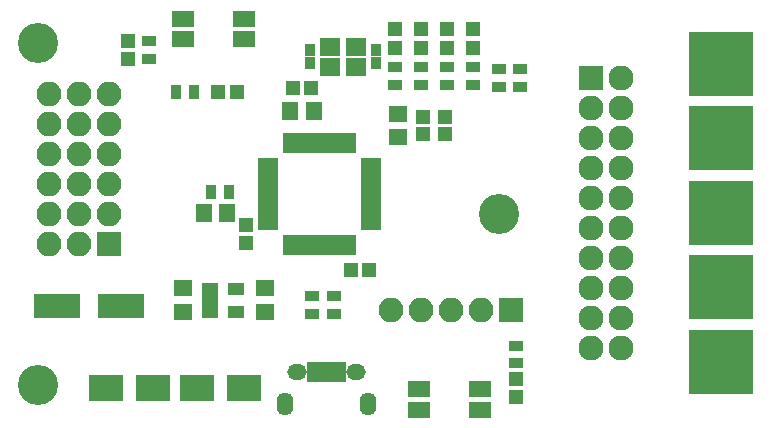
<source format=gts>
G04 #@! TF.FileFunction,Soldermask,Top*
%FSLAX46Y46*%
G04 Gerber Fmt 4.6, Leading zero omitted, Abs format (unit mm)*
G04 Created by KiCad (PCBNEW 4.0.6) date Fri Sep  8 15:05:28 2017*
%MOMM*%
%LPD*%
G01*
G04 APERTURE LIST*
%ADD10C,0.100000*%
%ADD11C,3.400000*%
%ADD12R,1.650000X1.400000*%
%ADD13R,1.150000X1.200000*%
%ADD14R,3.900000X2.000000*%
%ADD15R,1.400000X1.650000*%
%ADD16R,0.900000X1.000000*%
%ADD17R,1.200000X1.150000*%
%ADD18R,2.900000X2.200000*%
%ADD19R,1.200000X1.200000*%
%ADD20R,0.800000X1.750000*%
%ADD21O,1.650000X1.350000*%
%ADD22O,1.400000X1.950000*%
%ADD23O,2.100000X2.100000*%
%ADD24R,2.100000X2.100000*%
%ADD25R,5.400000X5.400000*%
%ADD26R,1.300000X0.900000*%
%ADD27R,0.900000X1.300000*%
%ADD28R,1.850000X1.400000*%
%ADD29R,1.460000X1.050000*%
%ADD30R,1.800000X1.600000*%
%ADD31R,2.127200X2.127200*%
%ADD32O,2.127200X2.127200*%
%ADD33R,0.650000X1.700000*%
%ADD34R,1.700000X0.650000*%
G04 APERTURE END LIST*
D10*
D11*
X242000000Y-117500000D03*
X203000000Y-132000000D03*
D12*
X215200000Y-125800000D03*
X215200000Y-123800000D03*
X222200000Y-125800000D03*
X222200000Y-123800000D03*
D13*
X243400000Y-132950000D03*
X243400000Y-131450000D03*
X210600000Y-104350000D03*
X210600000Y-102850000D03*
D14*
X210000000Y-125300000D03*
X204600000Y-125300000D03*
D13*
X235600000Y-110750000D03*
X235600000Y-109250000D03*
D15*
X224300000Y-108800000D03*
X226300000Y-108800000D03*
X219000000Y-117400000D03*
X217000000Y-117400000D03*
D16*
X231600000Y-103650000D03*
X231600000Y-104750000D03*
X226000000Y-104750000D03*
X226000000Y-103650000D03*
D12*
X233400000Y-111000000D03*
X233400000Y-109000000D03*
D17*
X224550000Y-106800000D03*
X226050000Y-106800000D03*
X230950000Y-122200000D03*
X229450000Y-122200000D03*
D13*
X237400000Y-109250000D03*
X237400000Y-110750000D03*
X220600000Y-119950000D03*
X220600000Y-118450000D03*
D18*
X216400000Y-132200000D03*
X220400000Y-132200000D03*
X212700000Y-132200000D03*
X208700000Y-132200000D03*
D19*
X233200000Y-101800000D03*
X233200000Y-103400000D03*
X235400000Y-101800000D03*
X235400000Y-103400000D03*
X237600000Y-101800000D03*
X237600000Y-103400000D03*
X239800000Y-101800000D03*
X239800000Y-103400000D03*
X219800000Y-107200000D03*
X218200000Y-107200000D03*
D20*
X226100000Y-130850000D03*
X226750000Y-130850000D03*
X227400000Y-130850000D03*
X228050000Y-130850000D03*
X228700000Y-130850000D03*
D21*
X224900000Y-130850000D03*
X229900000Y-130850000D03*
D22*
X223900000Y-133550000D03*
X230900000Y-133550000D03*
D23*
X203860000Y-107300000D03*
X206400000Y-107300000D03*
X208940000Y-107300000D03*
X203860000Y-109840000D03*
X206400000Y-109840000D03*
X208940000Y-109840000D03*
D24*
X208940000Y-120000000D03*
D23*
X206400000Y-120000000D03*
X203860000Y-120000000D03*
X208940000Y-117460000D03*
X206400000Y-117460000D03*
X203860000Y-117460000D03*
X208940000Y-114920000D03*
X206400000Y-114920000D03*
X203860000Y-114920000D03*
X208940000Y-112380000D03*
X206400000Y-112380000D03*
X203860000Y-112380000D03*
D24*
X243000000Y-125600000D03*
D23*
X240460000Y-125600000D03*
X237920000Y-125600000D03*
X235380000Y-125600000D03*
X232840000Y-125600000D03*
D25*
X260800000Y-117400000D03*
X260800000Y-130000000D03*
X260800000Y-123700000D03*
X260800000Y-111100000D03*
X260800000Y-104800000D03*
D26*
X243400000Y-128650000D03*
X243400000Y-130150000D03*
X228000000Y-124450000D03*
X228000000Y-125950000D03*
X226200000Y-124450000D03*
X226200000Y-125950000D03*
X212400000Y-102850000D03*
X212400000Y-104350000D03*
X233200000Y-106550000D03*
X233200000Y-105050000D03*
X235400000Y-106550000D03*
X235400000Y-105050000D03*
X237600000Y-106550000D03*
X237600000Y-105050000D03*
X239800000Y-106550000D03*
X239800000Y-105050000D03*
D27*
X214650000Y-107200000D03*
X216150000Y-107200000D03*
D26*
X242000000Y-106750000D03*
X242000000Y-105250000D03*
X243800000Y-106750000D03*
X243800000Y-105250000D03*
D27*
X219150000Y-115600000D03*
X217650000Y-115600000D03*
D28*
X220375000Y-102650000D03*
X215225000Y-102650000D03*
X215225000Y-100950000D03*
X220375000Y-100950000D03*
X235225000Y-132350000D03*
X240375000Y-132350000D03*
X240375000Y-134050000D03*
X235225000Y-134050000D03*
D29*
X217500000Y-123850000D03*
X217500000Y-124800000D03*
X217500000Y-125750000D03*
X219700000Y-125750000D03*
X219700000Y-123850000D03*
D30*
X229900000Y-103350000D03*
X227700000Y-103350000D03*
X227700000Y-105050000D03*
X229900000Y-105050000D03*
D31*
X249800000Y-106000000D03*
D32*
X252340000Y-106000000D03*
X249800000Y-108540000D03*
X252340000Y-108540000D03*
X249800000Y-111080000D03*
X252340000Y-111080000D03*
X249800000Y-113620000D03*
X252340000Y-113620000D03*
X249800000Y-116160000D03*
X252340000Y-116160000D03*
X249800000Y-118700000D03*
X252340000Y-118700000D03*
X249800000Y-121240000D03*
X252340000Y-121240000D03*
X249800000Y-123780000D03*
X252340000Y-123780000D03*
X249800000Y-126320000D03*
X252340000Y-126320000D03*
X249800000Y-128860000D03*
X252340000Y-128860000D03*
D33*
X229550000Y-111450000D03*
X229050000Y-111450000D03*
X228550000Y-111450000D03*
X228050000Y-111450000D03*
X227550000Y-111450000D03*
X227050000Y-111450000D03*
X226550000Y-111450000D03*
X226050000Y-111450000D03*
X225550000Y-111450000D03*
X225050000Y-111450000D03*
X224550000Y-111450000D03*
X224050000Y-111450000D03*
D34*
X222450000Y-113050000D03*
X222450000Y-113550000D03*
X222450000Y-114050000D03*
X222450000Y-114550000D03*
X222450000Y-115050000D03*
X222450000Y-115550000D03*
X222450000Y-116050000D03*
X222450000Y-116550000D03*
X222450000Y-117050000D03*
X222450000Y-117550000D03*
X222450000Y-118050000D03*
X222450000Y-118550000D03*
D33*
X224050000Y-120150000D03*
X224550000Y-120150000D03*
X225050000Y-120150000D03*
X225550000Y-120150000D03*
X226050000Y-120150000D03*
X226550000Y-120150000D03*
X227050000Y-120150000D03*
X227550000Y-120150000D03*
X228050000Y-120150000D03*
X228550000Y-120150000D03*
X229050000Y-120150000D03*
X229550000Y-120150000D03*
D34*
X231150000Y-118550000D03*
X231150000Y-118050000D03*
X231150000Y-117550000D03*
X231150000Y-117050000D03*
X231150000Y-116550000D03*
X231150000Y-116050000D03*
X231150000Y-115550000D03*
X231150000Y-115050000D03*
X231150000Y-114550000D03*
X231150000Y-114050000D03*
X231150000Y-113550000D03*
X231150000Y-113050000D03*
D11*
X203000000Y-103000000D03*
M02*

</source>
